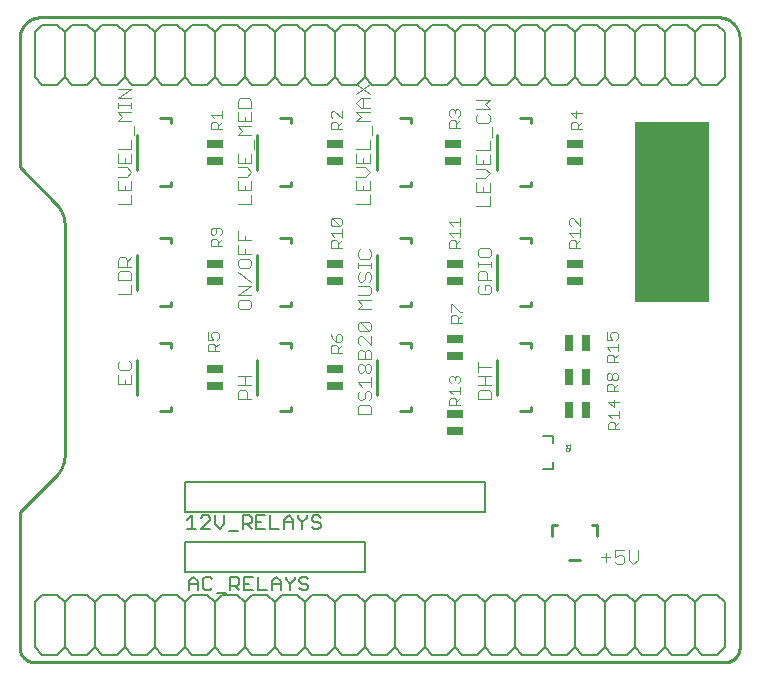
<source format=gto>
G75*
%MOIN*%
%OFA0B0*%
%FSLAX25Y25*%
%IPPOS*%
%LPD*%
%AMOC8*
5,1,8,0,0,1.08239X$1,22.5*
%
%ADD10C,0.01000*%
%ADD11R,0.25000X0.60000*%
%ADD12C,0.00600*%
%ADD13C,0.00500*%
%ADD14R,0.05512X0.02559*%
%ADD15C,0.00300*%
%ADD16C,0.00400*%
%ADD17R,0.02559X0.05512*%
%ADD18C,0.00800*%
%ADD19C,0.00100*%
D10*
X0075000Y0055000D02*
X0305000Y0055000D01*
X0305140Y0055002D01*
X0305280Y0055008D01*
X0305420Y0055018D01*
X0305560Y0055031D01*
X0305699Y0055049D01*
X0305838Y0055071D01*
X0305975Y0055096D01*
X0306113Y0055125D01*
X0306249Y0055158D01*
X0306384Y0055195D01*
X0306518Y0055236D01*
X0306651Y0055281D01*
X0306783Y0055329D01*
X0306913Y0055381D01*
X0307042Y0055436D01*
X0307169Y0055495D01*
X0307295Y0055558D01*
X0307419Y0055624D01*
X0307540Y0055693D01*
X0307660Y0055766D01*
X0307778Y0055843D01*
X0307893Y0055922D01*
X0308007Y0056005D01*
X0308117Y0056091D01*
X0308226Y0056180D01*
X0308332Y0056272D01*
X0308435Y0056367D01*
X0308536Y0056464D01*
X0308633Y0056565D01*
X0308728Y0056668D01*
X0308820Y0056774D01*
X0308909Y0056883D01*
X0308995Y0056993D01*
X0309078Y0057107D01*
X0309157Y0057222D01*
X0309234Y0057340D01*
X0309307Y0057460D01*
X0309376Y0057581D01*
X0309442Y0057705D01*
X0309505Y0057831D01*
X0309564Y0057958D01*
X0309619Y0058087D01*
X0309671Y0058217D01*
X0309719Y0058349D01*
X0309764Y0058482D01*
X0309805Y0058616D01*
X0309842Y0058751D01*
X0309875Y0058887D01*
X0309904Y0059025D01*
X0309929Y0059162D01*
X0309951Y0059301D01*
X0309969Y0059440D01*
X0309982Y0059580D01*
X0309992Y0059720D01*
X0309998Y0059860D01*
X0310000Y0060000D01*
X0310000Y0262929D01*
X0309998Y0263100D01*
X0309992Y0263271D01*
X0309981Y0263441D01*
X0309967Y0263611D01*
X0309948Y0263781D01*
X0309926Y0263951D01*
X0309899Y0264119D01*
X0309868Y0264288D01*
X0309833Y0264455D01*
X0309795Y0264621D01*
X0309752Y0264787D01*
X0309705Y0264951D01*
X0309654Y0265114D01*
X0309599Y0265276D01*
X0309540Y0265436D01*
X0309478Y0265595D01*
X0309412Y0265753D01*
X0309342Y0265909D01*
X0309268Y0266063D01*
X0309190Y0266215D01*
X0309109Y0266365D01*
X0309024Y0266514D01*
X0308936Y0266660D01*
X0308844Y0266804D01*
X0308748Y0266946D01*
X0308650Y0267085D01*
X0308547Y0267222D01*
X0308442Y0267357D01*
X0308333Y0267489D01*
X0308222Y0267618D01*
X0308107Y0267744D01*
X0307989Y0267868D01*
X0307868Y0267989D01*
X0307744Y0268107D01*
X0307618Y0268222D01*
X0307489Y0268333D01*
X0307357Y0268442D01*
X0307222Y0268547D01*
X0307085Y0268650D01*
X0306946Y0268748D01*
X0306804Y0268844D01*
X0306660Y0268936D01*
X0306514Y0269024D01*
X0306365Y0269109D01*
X0306215Y0269190D01*
X0306063Y0269268D01*
X0305909Y0269342D01*
X0305753Y0269412D01*
X0305595Y0269478D01*
X0305436Y0269540D01*
X0305276Y0269599D01*
X0305114Y0269654D01*
X0304951Y0269705D01*
X0304787Y0269752D01*
X0304621Y0269795D01*
X0304455Y0269833D01*
X0304288Y0269868D01*
X0304119Y0269899D01*
X0303951Y0269926D01*
X0303781Y0269948D01*
X0303611Y0269967D01*
X0303441Y0269981D01*
X0303271Y0269992D01*
X0303100Y0269998D01*
X0302929Y0270000D01*
X0077071Y0270000D01*
X0070000Y0265000D02*
X0070000Y0220000D01*
X0082071Y0207929D01*
X0085000Y0200858D02*
X0085000Y0124142D01*
X0084997Y0123904D01*
X0084989Y0123666D01*
X0084975Y0123429D01*
X0084955Y0123191D01*
X0084929Y0122955D01*
X0084898Y0122719D01*
X0084862Y0122484D01*
X0084819Y0122249D01*
X0084771Y0122016D01*
X0084718Y0121784D01*
X0084659Y0121554D01*
X0084595Y0121325D01*
X0084525Y0121097D01*
X0084450Y0120871D01*
X0084369Y0120647D01*
X0084284Y0120425D01*
X0084193Y0120205D01*
X0084096Y0119988D01*
X0083995Y0119773D01*
X0083888Y0119560D01*
X0083777Y0119350D01*
X0083660Y0119142D01*
X0083539Y0118937D01*
X0083413Y0118736D01*
X0083281Y0118537D01*
X0083146Y0118341D01*
X0083005Y0118149D01*
X0082861Y0117960D01*
X0082711Y0117775D01*
X0082557Y0117593D01*
X0082400Y0117415D01*
X0082237Y0117241D01*
X0082071Y0117071D01*
X0070000Y0105000D01*
X0070000Y0060000D01*
X0070002Y0059860D01*
X0070008Y0059720D01*
X0070018Y0059580D01*
X0070031Y0059440D01*
X0070049Y0059301D01*
X0070071Y0059162D01*
X0070096Y0059025D01*
X0070125Y0058887D01*
X0070158Y0058751D01*
X0070195Y0058616D01*
X0070236Y0058482D01*
X0070281Y0058349D01*
X0070329Y0058217D01*
X0070381Y0058087D01*
X0070436Y0057958D01*
X0070495Y0057831D01*
X0070558Y0057705D01*
X0070624Y0057581D01*
X0070693Y0057460D01*
X0070766Y0057340D01*
X0070843Y0057222D01*
X0070922Y0057107D01*
X0071005Y0056993D01*
X0071091Y0056883D01*
X0071180Y0056774D01*
X0071272Y0056668D01*
X0071367Y0056565D01*
X0071464Y0056464D01*
X0071565Y0056367D01*
X0071668Y0056272D01*
X0071774Y0056180D01*
X0071883Y0056091D01*
X0071993Y0056005D01*
X0072107Y0055922D01*
X0072222Y0055843D01*
X0072340Y0055766D01*
X0072460Y0055693D01*
X0072581Y0055624D01*
X0072705Y0055558D01*
X0072831Y0055495D01*
X0072958Y0055436D01*
X0073087Y0055381D01*
X0073217Y0055329D01*
X0073349Y0055281D01*
X0073482Y0055236D01*
X0073616Y0055195D01*
X0073751Y0055158D01*
X0073887Y0055125D01*
X0074025Y0055096D01*
X0074162Y0055071D01*
X0074301Y0055049D01*
X0074440Y0055031D01*
X0074580Y0055018D01*
X0074720Y0055008D01*
X0074860Y0055002D01*
X0075000Y0055000D01*
X0074860Y0055002D01*
X0074720Y0055008D01*
X0074580Y0055018D01*
X0074440Y0055031D01*
X0074301Y0055049D01*
X0074162Y0055071D01*
X0074025Y0055096D01*
X0073887Y0055125D01*
X0073751Y0055158D01*
X0073616Y0055195D01*
X0073482Y0055236D01*
X0073349Y0055281D01*
X0073217Y0055329D01*
X0073087Y0055381D01*
X0072958Y0055436D01*
X0072831Y0055495D01*
X0072705Y0055558D01*
X0072581Y0055624D01*
X0072460Y0055693D01*
X0072340Y0055766D01*
X0072222Y0055843D01*
X0072107Y0055922D01*
X0071993Y0056005D01*
X0071883Y0056091D01*
X0071774Y0056180D01*
X0071668Y0056272D01*
X0071565Y0056367D01*
X0071464Y0056464D01*
X0071367Y0056565D01*
X0071272Y0056668D01*
X0071180Y0056774D01*
X0071091Y0056883D01*
X0071005Y0056993D01*
X0070922Y0057107D01*
X0070843Y0057222D01*
X0070766Y0057340D01*
X0070693Y0057460D01*
X0070624Y0057581D01*
X0070558Y0057705D01*
X0070495Y0057831D01*
X0070436Y0057958D01*
X0070381Y0058087D01*
X0070329Y0058217D01*
X0070281Y0058349D01*
X0070236Y0058482D01*
X0070195Y0058616D01*
X0070158Y0058751D01*
X0070125Y0058887D01*
X0070096Y0059025D01*
X0070071Y0059162D01*
X0070049Y0059301D01*
X0070031Y0059440D01*
X0070018Y0059580D01*
X0070008Y0059720D01*
X0070002Y0059860D01*
X0070000Y0060000D01*
X0116969Y0138689D02*
X0120618Y0138689D01*
X0120618Y0140157D01*
X0109201Y0144094D02*
X0109201Y0155906D01*
X0116969Y0161311D02*
X0120618Y0161311D01*
X0120618Y0159843D01*
X0120618Y0173689D02*
X0120618Y0175157D01*
X0120618Y0173689D02*
X0116969Y0173689D01*
X0109201Y0179094D02*
X0109201Y0190906D01*
X0116969Y0196311D02*
X0120618Y0196311D01*
X0120618Y0194843D01*
X0120618Y0213689D02*
X0120618Y0215157D01*
X0120618Y0213689D02*
X0116969Y0213689D01*
X0109201Y0219094D02*
X0109201Y0230906D01*
X0116969Y0236311D02*
X0120618Y0236311D01*
X0120618Y0234843D01*
X0149201Y0230906D02*
X0149201Y0219094D01*
X0156969Y0213689D02*
X0160618Y0213689D01*
X0160618Y0215157D01*
X0189201Y0219094D02*
X0189201Y0230906D01*
X0196969Y0236311D02*
X0200618Y0236311D01*
X0200618Y0234843D01*
X0200618Y0215157D02*
X0200618Y0213689D01*
X0196969Y0213689D01*
X0196969Y0196311D02*
X0200618Y0196311D01*
X0200618Y0194843D01*
X0189201Y0190906D02*
X0189201Y0179094D01*
X0196969Y0173689D02*
X0200618Y0173689D01*
X0200618Y0175157D01*
X0200618Y0161311D02*
X0196969Y0161311D01*
X0200618Y0161311D02*
X0200618Y0159843D01*
X0189201Y0155906D02*
X0189201Y0144094D01*
X0196969Y0138689D02*
X0200618Y0138689D01*
X0200618Y0140157D01*
X0229201Y0144094D02*
X0229201Y0155906D01*
X0236969Y0161311D02*
X0240618Y0161311D01*
X0240618Y0159843D01*
X0240618Y0173689D02*
X0236969Y0173689D01*
X0240618Y0173689D02*
X0240618Y0175157D01*
X0229201Y0179094D02*
X0229201Y0190906D01*
X0236969Y0196311D02*
X0240618Y0196311D01*
X0240618Y0194843D01*
X0240618Y0213689D02*
X0236969Y0213689D01*
X0240618Y0213689D02*
X0240618Y0215157D01*
X0229201Y0219094D02*
X0229201Y0230906D01*
X0236969Y0236311D02*
X0240618Y0236311D01*
X0240618Y0234843D01*
X0160618Y0234843D02*
X0160618Y0236311D01*
X0156969Y0236311D01*
X0156969Y0196311D02*
X0160618Y0196311D01*
X0160618Y0194843D01*
X0149201Y0190906D02*
X0149201Y0179094D01*
X0156969Y0173689D02*
X0160618Y0173689D01*
X0160618Y0175157D01*
X0160618Y0161311D02*
X0156969Y0161311D01*
X0160618Y0161311D02*
X0160618Y0159843D01*
X0149201Y0155906D02*
X0149201Y0144094D01*
X0156969Y0138689D02*
X0160618Y0138689D01*
X0160618Y0140157D01*
X0236969Y0138689D02*
X0240618Y0138689D01*
X0240618Y0140157D01*
X0247626Y0100618D02*
X0249094Y0100618D01*
X0247626Y0100618D02*
X0247626Y0096969D01*
X0253031Y0089201D02*
X0256969Y0089201D01*
X0262374Y0096969D02*
X0262374Y0100618D01*
X0260906Y0100618D01*
X0085000Y0200858D02*
X0084997Y0201096D01*
X0084989Y0201334D01*
X0084975Y0201571D01*
X0084955Y0201809D01*
X0084929Y0202045D01*
X0084898Y0202281D01*
X0084862Y0202516D01*
X0084819Y0202751D01*
X0084771Y0202984D01*
X0084718Y0203216D01*
X0084659Y0203446D01*
X0084595Y0203675D01*
X0084525Y0203903D01*
X0084450Y0204129D01*
X0084369Y0204353D01*
X0084284Y0204575D01*
X0084193Y0204795D01*
X0084096Y0205012D01*
X0083995Y0205227D01*
X0083888Y0205440D01*
X0083777Y0205650D01*
X0083660Y0205858D01*
X0083539Y0206063D01*
X0083413Y0206264D01*
X0083281Y0206463D01*
X0083146Y0206659D01*
X0083005Y0206851D01*
X0082861Y0207040D01*
X0082711Y0207225D01*
X0082557Y0207407D01*
X0082400Y0207585D01*
X0082237Y0207759D01*
X0082071Y0207929D01*
X0070000Y0262929D02*
X0070002Y0263100D01*
X0070008Y0263271D01*
X0070019Y0263441D01*
X0070033Y0263611D01*
X0070052Y0263781D01*
X0070074Y0263951D01*
X0070101Y0264119D01*
X0070132Y0264288D01*
X0070167Y0264455D01*
X0070205Y0264621D01*
X0070248Y0264787D01*
X0070295Y0264951D01*
X0070346Y0265114D01*
X0070401Y0265276D01*
X0070460Y0265436D01*
X0070522Y0265595D01*
X0070588Y0265753D01*
X0070658Y0265909D01*
X0070732Y0266063D01*
X0070810Y0266215D01*
X0070891Y0266365D01*
X0070976Y0266514D01*
X0071064Y0266660D01*
X0071156Y0266804D01*
X0071252Y0266946D01*
X0071350Y0267085D01*
X0071453Y0267222D01*
X0071558Y0267357D01*
X0071667Y0267489D01*
X0071778Y0267618D01*
X0071893Y0267744D01*
X0072011Y0267868D01*
X0072132Y0267989D01*
X0072256Y0268107D01*
X0072382Y0268222D01*
X0072511Y0268333D01*
X0072643Y0268442D01*
X0072778Y0268547D01*
X0072915Y0268650D01*
X0073054Y0268748D01*
X0073196Y0268844D01*
X0073340Y0268936D01*
X0073486Y0269024D01*
X0073635Y0269109D01*
X0073785Y0269190D01*
X0073937Y0269268D01*
X0074091Y0269342D01*
X0074247Y0269412D01*
X0074405Y0269478D01*
X0074564Y0269540D01*
X0074724Y0269599D01*
X0074886Y0269654D01*
X0075049Y0269705D01*
X0075213Y0269752D01*
X0075379Y0269795D01*
X0075545Y0269833D01*
X0075712Y0269868D01*
X0075881Y0269899D01*
X0076049Y0269926D01*
X0076219Y0269948D01*
X0076389Y0269967D01*
X0076559Y0269981D01*
X0076729Y0269992D01*
X0076900Y0269998D01*
X0077071Y0270000D01*
D11*
X0287500Y0205000D03*
D12*
X0287500Y0247500D02*
X0285000Y0250000D01*
X0285000Y0265000D01*
X0287500Y0267500D01*
X0292500Y0267500D01*
X0295000Y0265000D01*
X0297500Y0267500D01*
X0302500Y0267500D01*
X0305000Y0265000D01*
X0305000Y0250000D01*
X0302500Y0247500D01*
X0297500Y0247500D01*
X0295000Y0250000D01*
X0295000Y0265000D01*
X0285000Y0265000D02*
X0282500Y0267500D01*
X0277500Y0267500D01*
X0275000Y0265000D01*
X0275000Y0250000D01*
X0277500Y0247500D01*
X0282500Y0247500D01*
X0285000Y0250000D01*
X0287500Y0247500D02*
X0292500Y0247500D01*
X0295000Y0250000D01*
X0275000Y0250000D02*
X0272500Y0247500D01*
X0267500Y0247500D01*
X0265000Y0250000D01*
X0265000Y0265000D01*
X0267500Y0267500D01*
X0272500Y0267500D01*
X0275000Y0265000D01*
X0265000Y0265000D02*
X0262500Y0267500D01*
X0257500Y0267500D01*
X0255000Y0265000D01*
X0255000Y0250000D01*
X0257500Y0247500D01*
X0262500Y0247500D01*
X0265000Y0250000D01*
X0255000Y0250000D02*
X0252500Y0247500D01*
X0247500Y0247500D01*
X0245000Y0250000D01*
X0245000Y0265000D01*
X0247500Y0267500D01*
X0252500Y0267500D01*
X0255000Y0265000D01*
X0245000Y0265000D02*
X0242500Y0267500D01*
X0237500Y0267500D01*
X0235000Y0265000D01*
X0235000Y0250000D01*
X0237500Y0247500D01*
X0242500Y0247500D01*
X0245000Y0250000D01*
X0235000Y0250000D02*
X0232500Y0247500D01*
X0227500Y0247500D01*
X0225000Y0250000D01*
X0225000Y0265000D01*
X0227500Y0267500D01*
X0232500Y0267500D01*
X0235000Y0265000D01*
X0225000Y0265000D02*
X0222500Y0267500D01*
X0217500Y0267500D01*
X0215000Y0265000D01*
X0215000Y0250000D01*
X0212500Y0247500D01*
X0207500Y0247500D01*
X0205000Y0250000D01*
X0205000Y0265000D01*
X0207500Y0267500D01*
X0212500Y0267500D01*
X0215000Y0265000D01*
X0205000Y0265000D02*
X0202500Y0267500D01*
X0197500Y0267500D01*
X0195000Y0265000D01*
X0195000Y0250000D01*
X0192500Y0247500D01*
X0187500Y0247500D01*
X0185000Y0250000D01*
X0185000Y0265000D01*
X0187500Y0267500D01*
X0192500Y0267500D01*
X0195000Y0265000D01*
X0185000Y0265000D02*
X0182500Y0267500D01*
X0177500Y0267500D01*
X0175000Y0265000D01*
X0175000Y0250000D01*
X0172500Y0247500D01*
X0167500Y0247500D01*
X0165000Y0250000D01*
X0165000Y0265000D01*
X0167500Y0267500D01*
X0172500Y0267500D01*
X0175000Y0265000D01*
X0165000Y0265000D02*
X0162500Y0267500D01*
X0157500Y0267500D01*
X0155000Y0265000D01*
X0155000Y0250000D01*
X0152500Y0247500D01*
X0147500Y0247500D01*
X0145000Y0250000D01*
X0145000Y0265000D01*
X0147500Y0267500D01*
X0152500Y0267500D01*
X0155000Y0265000D01*
X0145000Y0265000D02*
X0142500Y0267500D01*
X0137500Y0267500D01*
X0135000Y0265000D01*
X0135000Y0250000D01*
X0137500Y0247500D01*
X0142500Y0247500D01*
X0145000Y0250000D01*
X0135000Y0250000D02*
X0132500Y0247500D01*
X0127500Y0247500D01*
X0125000Y0250000D01*
X0125000Y0265000D01*
X0127500Y0267500D01*
X0132500Y0267500D01*
X0135000Y0265000D01*
X0125000Y0265000D02*
X0122500Y0267500D01*
X0117500Y0267500D01*
X0115000Y0265000D01*
X0115000Y0250000D01*
X0117500Y0247500D01*
X0122500Y0247500D01*
X0125000Y0250000D01*
X0115000Y0250000D02*
X0112500Y0247500D01*
X0107500Y0247500D01*
X0105000Y0250000D01*
X0105000Y0265000D01*
X0107500Y0267500D01*
X0112500Y0267500D01*
X0115000Y0265000D01*
X0105000Y0265000D02*
X0102500Y0267500D01*
X0097500Y0267500D01*
X0095000Y0265000D01*
X0095000Y0250000D01*
X0097500Y0247500D01*
X0102500Y0247500D01*
X0105000Y0250000D01*
X0095000Y0250000D02*
X0092500Y0247500D01*
X0087500Y0247500D01*
X0085000Y0250000D01*
X0085000Y0265000D01*
X0087500Y0267500D01*
X0092500Y0267500D01*
X0095000Y0265000D01*
X0085000Y0265000D02*
X0082500Y0267500D01*
X0077500Y0267500D01*
X0075000Y0265000D01*
X0075000Y0250000D01*
X0077500Y0247500D01*
X0082500Y0247500D01*
X0085000Y0250000D01*
X0155000Y0250000D02*
X0157500Y0247500D01*
X0162500Y0247500D01*
X0165000Y0250000D01*
X0175000Y0250000D02*
X0177500Y0247500D01*
X0182500Y0247500D01*
X0185000Y0250000D01*
X0195000Y0250000D02*
X0197500Y0247500D01*
X0202500Y0247500D01*
X0205000Y0250000D01*
X0215000Y0250000D02*
X0217500Y0247500D01*
X0222500Y0247500D01*
X0225000Y0250000D01*
X0222500Y0077500D02*
X0217500Y0077500D01*
X0215000Y0075000D01*
X0215000Y0060000D01*
X0212500Y0057500D01*
X0207500Y0057500D01*
X0205000Y0060000D01*
X0205000Y0075000D01*
X0207500Y0077500D01*
X0212500Y0077500D01*
X0215000Y0075000D01*
X0222500Y0077500D02*
X0225000Y0075000D01*
X0225000Y0060000D01*
X0222500Y0057500D01*
X0217500Y0057500D01*
X0215000Y0060000D01*
X0205000Y0060000D02*
X0202500Y0057500D01*
X0197500Y0057500D01*
X0195000Y0060000D01*
X0195000Y0075000D01*
X0197500Y0077500D01*
X0202500Y0077500D01*
X0205000Y0075000D01*
X0195000Y0075000D02*
X0192500Y0077500D01*
X0187500Y0077500D01*
X0185000Y0075000D01*
X0185000Y0060000D01*
X0182500Y0057500D01*
X0177500Y0057500D01*
X0175000Y0060000D01*
X0175000Y0075000D01*
X0177500Y0077500D01*
X0182500Y0077500D01*
X0185000Y0075000D01*
X0175000Y0075000D02*
X0172500Y0077500D01*
X0167500Y0077500D01*
X0165000Y0075000D01*
X0165000Y0060000D01*
X0162500Y0057500D01*
X0157500Y0057500D01*
X0155000Y0060000D01*
X0155000Y0075000D01*
X0157500Y0077500D01*
X0162500Y0077500D01*
X0165000Y0075000D01*
X0155000Y0075000D02*
X0152500Y0077500D01*
X0147500Y0077500D01*
X0145000Y0075000D01*
X0145000Y0060000D01*
X0142500Y0057500D01*
X0137500Y0057500D01*
X0135000Y0060000D01*
X0135000Y0075000D01*
X0137500Y0077500D01*
X0142500Y0077500D01*
X0145000Y0075000D01*
X0135000Y0075000D02*
X0132500Y0077500D01*
X0127500Y0077500D01*
X0125000Y0075000D01*
X0125000Y0060000D01*
X0127500Y0057500D01*
X0132500Y0057500D01*
X0135000Y0060000D01*
X0145000Y0060000D02*
X0147500Y0057500D01*
X0152500Y0057500D01*
X0155000Y0060000D01*
X0165000Y0060000D02*
X0167500Y0057500D01*
X0172500Y0057500D01*
X0175000Y0060000D01*
X0185000Y0060000D02*
X0187500Y0057500D01*
X0192500Y0057500D01*
X0195000Y0060000D01*
X0225000Y0060000D02*
X0227500Y0057500D01*
X0232500Y0057500D01*
X0235000Y0060000D01*
X0237500Y0057500D01*
X0242500Y0057500D01*
X0245000Y0060000D01*
X0247500Y0057500D01*
X0252500Y0057500D01*
X0255000Y0060000D01*
X0257500Y0057500D01*
X0262500Y0057500D01*
X0265000Y0060000D01*
X0267500Y0057500D01*
X0272500Y0057500D01*
X0275000Y0060000D01*
X0277500Y0057500D01*
X0282500Y0057500D01*
X0285000Y0060000D01*
X0287500Y0057500D01*
X0292500Y0057500D01*
X0295000Y0060000D01*
X0297500Y0057500D01*
X0302500Y0057500D01*
X0305000Y0060000D01*
X0305000Y0075000D01*
X0302500Y0077500D01*
X0297500Y0077500D01*
X0295000Y0075000D01*
X0295000Y0060000D01*
X0285000Y0060000D02*
X0285000Y0075000D01*
X0287500Y0077500D01*
X0292500Y0077500D01*
X0295000Y0075000D01*
X0285000Y0075000D02*
X0282500Y0077500D01*
X0277500Y0077500D01*
X0275000Y0075000D01*
X0275000Y0060000D01*
X0265000Y0060000D02*
X0265000Y0075000D01*
X0267500Y0077500D01*
X0272500Y0077500D01*
X0275000Y0075000D01*
X0265000Y0075000D02*
X0262500Y0077500D01*
X0257500Y0077500D01*
X0255000Y0075000D01*
X0255000Y0060000D01*
X0245000Y0060000D02*
X0245000Y0075000D01*
X0247500Y0077500D01*
X0252500Y0077500D01*
X0255000Y0075000D01*
X0245000Y0075000D02*
X0242500Y0077500D01*
X0237500Y0077500D01*
X0235000Y0075000D01*
X0235000Y0060000D01*
X0235000Y0075000D02*
X0232500Y0077500D01*
X0227500Y0077500D01*
X0225000Y0075000D01*
X0125000Y0075000D02*
X0122500Y0077500D01*
X0117500Y0077500D01*
X0115000Y0075000D01*
X0115000Y0060000D01*
X0117500Y0057500D01*
X0122500Y0057500D01*
X0125000Y0060000D01*
X0115000Y0060000D02*
X0112500Y0057500D01*
X0107500Y0057500D01*
X0105000Y0060000D01*
X0105000Y0075000D01*
X0107500Y0077500D01*
X0112500Y0077500D01*
X0115000Y0075000D01*
X0105000Y0075000D02*
X0102500Y0077500D01*
X0097500Y0077500D01*
X0095000Y0075000D01*
X0095000Y0060000D01*
X0097500Y0057500D01*
X0102500Y0057500D01*
X0105000Y0060000D01*
X0095000Y0060000D02*
X0092500Y0057500D01*
X0087500Y0057500D01*
X0085000Y0060000D01*
X0085000Y0075000D01*
X0087500Y0077500D01*
X0092500Y0077500D01*
X0095000Y0075000D01*
X0085000Y0075000D02*
X0082500Y0077500D01*
X0077500Y0077500D01*
X0075000Y0075000D01*
X0075000Y0060000D01*
X0077500Y0057500D01*
X0082500Y0057500D01*
X0085000Y0060000D01*
D13*
X0125000Y0085000D02*
X0125000Y0095000D01*
X0185000Y0095000D01*
X0185000Y0085000D01*
X0125000Y0085000D01*
X0127951Y0083454D02*
X0129453Y0081953D01*
X0129453Y0078950D01*
X0131054Y0079701D02*
X0131805Y0078950D01*
X0133306Y0078950D01*
X0134056Y0079701D01*
X0135658Y0078199D02*
X0138660Y0078199D01*
X0140262Y0078950D02*
X0140262Y0083454D01*
X0142514Y0083454D01*
X0143264Y0082703D01*
X0143264Y0081202D01*
X0142514Y0080451D01*
X0140262Y0080451D01*
X0141763Y0080451D02*
X0143264Y0078950D01*
X0144866Y0078950D02*
X0147868Y0078950D01*
X0149470Y0078950D02*
X0152472Y0078950D01*
X0154074Y0078950D02*
X0154074Y0081953D01*
X0155575Y0083454D01*
X0157076Y0081953D01*
X0157076Y0078950D01*
X0157076Y0081202D02*
X0154074Y0081202D01*
X0158677Y0082703D02*
X0160179Y0081202D01*
X0160179Y0078950D01*
X0160179Y0081202D02*
X0161680Y0082703D01*
X0161680Y0083454D01*
X0163281Y0082703D02*
X0163281Y0081953D01*
X0164032Y0081202D01*
X0165533Y0081202D01*
X0166284Y0080451D01*
X0166284Y0079701D01*
X0165533Y0078950D01*
X0164032Y0078950D01*
X0163281Y0079701D01*
X0163281Y0082703D02*
X0164032Y0083454D01*
X0165533Y0083454D01*
X0166284Y0082703D01*
X0158677Y0082703D02*
X0158677Y0083454D01*
X0149470Y0083454D02*
X0149470Y0078950D01*
X0146367Y0081202D02*
X0144866Y0081202D01*
X0144866Y0083454D02*
X0144866Y0078950D01*
X0144866Y0083454D02*
X0147868Y0083454D01*
X0134056Y0082703D02*
X0133306Y0083454D01*
X0131805Y0083454D01*
X0131054Y0082703D01*
X0131054Y0079701D01*
X0129453Y0081202D02*
X0126450Y0081202D01*
X0126450Y0081953D02*
X0127951Y0083454D01*
X0126450Y0081953D02*
X0126450Y0078950D01*
X0139762Y0098699D02*
X0142764Y0098699D01*
X0144366Y0099450D02*
X0144366Y0103954D01*
X0146618Y0103954D01*
X0147368Y0103203D01*
X0147368Y0101702D01*
X0146618Y0100951D01*
X0144366Y0100951D01*
X0145867Y0100951D02*
X0147368Y0099450D01*
X0148970Y0099450D02*
X0151972Y0099450D01*
X0153574Y0099450D02*
X0156576Y0099450D01*
X0158177Y0099450D02*
X0158177Y0102453D01*
X0159679Y0103954D01*
X0161180Y0102453D01*
X0161180Y0099450D01*
X0161180Y0101702D02*
X0158177Y0101702D01*
X0162781Y0103203D02*
X0164283Y0101702D01*
X0164283Y0099450D01*
X0164283Y0101702D02*
X0165784Y0103203D01*
X0165784Y0103954D01*
X0167385Y0103203D02*
X0167385Y0102453D01*
X0168136Y0101702D01*
X0169637Y0101702D01*
X0170388Y0100951D01*
X0170388Y0100201D01*
X0169637Y0099450D01*
X0168136Y0099450D01*
X0167385Y0100201D01*
X0167385Y0103203D02*
X0168136Y0103954D01*
X0169637Y0103954D01*
X0170388Y0103203D01*
X0162781Y0103203D02*
X0162781Y0103954D01*
X0153574Y0103954D02*
X0153574Y0099450D01*
X0150471Y0101702D02*
X0148970Y0101702D01*
X0148970Y0103954D02*
X0148970Y0099450D01*
X0148970Y0103954D02*
X0151972Y0103954D01*
X0138160Y0103954D02*
X0138160Y0100951D01*
X0136659Y0099450D01*
X0135158Y0100951D01*
X0135158Y0103954D01*
X0133556Y0103203D02*
X0132806Y0103954D01*
X0131305Y0103954D01*
X0130554Y0103203D01*
X0133556Y0103203D02*
X0133556Y0102453D01*
X0130554Y0099450D01*
X0133556Y0099450D01*
X0128953Y0099450D02*
X0125950Y0099450D01*
X0127451Y0099450D02*
X0127451Y0103954D01*
X0125950Y0102453D01*
X0125000Y0105000D02*
X0125000Y0115000D01*
X0225000Y0115000D01*
X0225000Y0105000D01*
X0125000Y0105000D01*
D14*
X0135006Y0147120D03*
X0135006Y0152920D03*
X0175006Y0152920D03*
X0175006Y0147120D03*
X0214994Y0137880D03*
X0214994Y0132080D03*
X0214994Y0157080D03*
X0214994Y0162880D03*
X0214994Y0182080D03*
X0214994Y0187880D03*
X0174994Y0187880D03*
X0174994Y0182080D03*
X0134994Y0182080D03*
X0134994Y0187880D03*
X0134994Y0222080D03*
X0134994Y0227880D03*
X0174994Y0227880D03*
X0174994Y0222080D03*
X0214494Y0222080D03*
X0214494Y0227880D03*
X0254994Y0227880D03*
X0254994Y0222080D03*
X0254994Y0187880D03*
X0254994Y0182080D03*
D15*
X0255616Y0193150D02*
X0255616Y0195002D01*
X0254998Y0195619D01*
X0253764Y0195619D01*
X0253147Y0195002D01*
X0253147Y0193150D01*
X0256850Y0193150D01*
X0255616Y0194384D02*
X0256850Y0195619D01*
X0256850Y0196833D02*
X0256850Y0199302D01*
X0256850Y0200516D02*
X0254381Y0202985D01*
X0253764Y0202985D01*
X0253147Y0202368D01*
X0253147Y0201133D01*
X0253764Y0200516D01*
X0253147Y0198068D02*
X0256850Y0198068D01*
X0256850Y0200516D02*
X0256850Y0202985D01*
X0253147Y0198068D02*
X0254381Y0196833D01*
X0216850Y0196833D02*
X0216850Y0199302D01*
X0216850Y0200516D02*
X0216850Y0202985D01*
X0216850Y0201751D02*
X0213147Y0201751D01*
X0214381Y0200516D01*
X0213147Y0198068D02*
X0216850Y0198068D01*
X0216850Y0195619D02*
X0215616Y0194384D01*
X0215616Y0195002D02*
X0215616Y0193150D01*
X0216850Y0193150D02*
X0213147Y0193150D01*
X0213147Y0195002D01*
X0213764Y0195619D01*
X0214998Y0195619D01*
X0215616Y0195002D01*
X0214381Y0196833D02*
X0213147Y0198068D01*
X0177350Y0198068D02*
X0173647Y0198068D01*
X0174881Y0196833D01*
X0174264Y0195619D02*
X0175498Y0195619D01*
X0176116Y0195002D01*
X0176116Y0193150D01*
X0177350Y0193150D02*
X0173647Y0193150D01*
X0173647Y0195002D01*
X0174264Y0195619D01*
X0176116Y0194384D02*
X0177350Y0195619D01*
X0177350Y0196833D02*
X0177350Y0199302D01*
X0176733Y0200516D02*
X0174264Y0202985D01*
X0176733Y0202985D01*
X0177350Y0202368D01*
X0177350Y0201133D01*
X0176733Y0200516D01*
X0174264Y0200516D01*
X0173647Y0201133D01*
X0173647Y0202368D01*
X0174264Y0202985D01*
X0137350Y0199185D02*
X0137350Y0197950D01*
X0136733Y0197333D01*
X0137350Y0196119D02*
X0136116Y0194884D01*
X0136116Y0195502D02*
X0136116Y0193650D01*
X0137350Y0193650D02*
X0133647Y0193650D01*
X0133647Y0195502D01*
X0134264Y0196119D01*
X0135498Y0196119D01*
X0136116Y0195502D01*
X0134881Y0197333D02*
X0135498Y0197950D01*
X0135498Y0199802D01*
X0134264Y0199802D02*
X0133647Y0199185D01*
X0133647Y0197950D01*
X0134264Y0197333D01*
X0134881Y0197333D01*
X0134264Y0199802D02*
X0136733Y0199802D01*
X0137350Y0199185D01*
X0137350Y0232650D02*
X0133647Y0232650D01*
X0133647Y0234502D01*
X0134264Y0235119D01*
X0135498Y0235119D01*
X0136116Y0234502D01*
X0136116Y0232650D01*
X0136116Y0233884D02*
X0137350Y0235119D01*
X0137350Y0236333D02*
X0137350Y0238802D01*
X0137350Y0237568D02*
X0133647Y0237568D01*
X0134881Y0236333D01*
X0173647Y0236950D02*
X0174264Y0236333D01*
X0173647Y0236950D02*
X0173647Y0238185D01*
X0174264Y0238802D01*
X0174881Y0238802D01*
X0177350Y0236333D01*
X0177350Y0238802D01*
X0177350Y0235119D02*
X0176116Y0233884D01*
X0176116Y0234502D02*
X0176116Y0232650D01*
X0177350Y0232650D02*
X0173647Y0232650D01*
X0173647Y0234502D01*
X0174264Y0235119D01*
X0175498Y0235119D01*
X0176116Y0234502D01*
X0213147Y0235002D02*
X0213147Y0233150D01*
X0216850Y0233150D01*
X0215616Y0233150D02*
X0215616Y0235002D01*
X0214998Y0235619D01*
X0213764Y0235619D01*
X0213147Y0235002D01*
X0213764Y0236833D02*
X0213147Y0237450D01*
X0213147Y0238685D01*
X0213764Y0239302D01*
X0214381Y0239302D01*
X0214998Y0238685D01*
X0215616Y0239302D01*
X0216233Y0239302D01*
X0216850Y0238685D01*
X0216850Y0237450D01*
X0216233Y0236833D01*
X0216850Y0235619D02*
X0215616Y0234384D01*
X0214998Y0238068D02*
X0214998Y0238685D01*
X0253647Y0238185D02*
X0255498Y0236333D01*
X0255498Y0238802D01*
X0253647Y0238185D02*
X0257350Y0238185D01*
X0257350Y0235119D02*
X0256116Y0233884D01*
X0256116Y0234502D02*
X0256116Y0232650D01*
X0257350Y0232650D02*
X0253647Y0232650D01*
X0253647Y0234502D01*
X0254264Y0235119D01*
X0255498Y0235119D01*
X0256116Y0234502D01*
X0214264Y0174302D02*
X0216733Y0171833D01*
X0217350Y0171833D01*
X0217350Y0170619D02*
X0216116Y0169384D01*
X0216116Y0170002D02*
X0216116Y0168150D01*
X0217350Y0168150D02*
X0213647Y0168150D01*
X0213647Y0170002D01*
X0214264Y0170619D01*
X0215498Y0170619D01*
X0216116Y0170002D01*
X0213647Y0171833D02*
X0213647Y0174302D01*
X0214264Y0174302D01*
X0177350Y0163685D02*
X0176733Y0164302D01*
X0176116Y0164302D01*
X0175498Y0163685D01*
X0175498Y0161833D01*
X0176733Y0161833D01*
X0177350Y0162450D01*
X0177350Y0163685D01*
X0175498Y0161833D02*
X0174264Y0163068D01*
X0173647Y0164302D01*
X0174264Y0160619D02*
X0175498Y0160619D01*
X0176116Y0160002D01*
X0176116Y0158150D01*
X0177350Y0158150D02*
X0173647Y0158150D01*
X0173647Y0160002D01*
X0174264Y0160619D01*
X0176116Y0159384D02*
X0177350Y0160619D01*
X0213147Y0149868D02*
X0213764Y0150485D01*
X0214381Y0150485D01*
X0214998Y0149868D01*
X0215616Y0150485D01*
X0216233Y0150485D01*
X0216850Y0149868D01*
X0216850Y0148633D01*
X0216233Y0148016D01*
X0216850Y0146802D02*
X0216850Y0144333D01*
X0216850Y0143119D02*
X0215616Y0141884D01*
X0215616Y0142502D02*
X0215616Y0140650D01*
X0216850Y0140650D02*
X0213147Y0140650D01*
X0213147Y0142502D01*
X0213764Y0143119D01*
X0214998Y0143119D01*
X0215616Y0142502D01*
X0214381Y0144333D02*
X0213147Y0145568D01*
X0216850Y0145568D01*
X0213764Y0148016D02*
X0213147Y0148633D01*
X0213147Y0149868D01*
X0214998Y0149868D02*
X0214998Y0149251D01*
X0265647Y0149584D02*
X0265647Y0150818D01*
X0266264Y0151436D01*
X0266881Y0151436D01*
X0267498Y0150818D01*
X0267498Y0149584D01*
X0266881Y0148967D01*
X0266264Y0148967D01*
X0265647Y0149584D01*
X0267498Y0149584D02*
X0268116Y0148967D01*
X0268733Y0148967D01*
X0269350Y0149584D01*
X0269350Y0150818D01*
X0268733Y0151436D01*
X0268116Y0151436D01*
X0267498Y0150818D01*
X0267498Y0147752D02*
X0268116Y0147135D01*
X0268116Y0145284D01*
X0269350Y0145284D02*
X0265647Y0145284D01*
X0265647Y0147135D01*
X0266264Y0147752D01*
X0267498Y0147752D01*
X0268116Y0146518D02*
X0269350Y0147752D01*
X0267998Y0142436D02*
X0267998Y0139967D01*
X0266147Y0141818D01*
X0269850Y0141818D01*
X0269850Y0138752D02*
X0269850Y0136284D01*
X0269850Y0135069D02*
X0268616Y0133835D01*
X0268616Y0134452D02*
X0268616Y0132601D01*
X0269850Y0132601D02*
X0266147Y0132601D01*
X0266147Y0134452D01*
X0266764Y0135069D01*
X0267998Y0135069D01*
X0268616Y0134452D01*
X0267381Y0136284D02*
X0266147Y0137518D01*
X0269850Y0137518D01*
X0269350Y0155101D02*
X0265647Y0155101D01*
X0265647Y0156952D01*
X0266264Y0157569D01*
X0267498Y0157569D01*
X0268116Y0156952D01*
X0268116Y0155101D01*
X0268116Y0156335D02*
X0269350Y0157569D01*
X0269350Y0158784D02*
X0269350Y0161252D01*
X0269350Y0160018D02*
X0265647Y0160018D01*
X0266881Y0158784D01*
X0267498Y0162467D02*
X0266881Y0163701D01*
X0266881Y0164318D01*
X0267498Y0164936D01*
X0268733Y0164936D01*
X0269350Y0164318D01*
X0269350Y0163084D01*
X0268733Y0162467D01*
X0267498Y0162467D02*
X0265647Y0162467D01*
X0265647Y0164936D01*
X0136350Y0164318D02*
X0136350Y0163084D01*
X0135733Y0162467D01*
X0134498Y0162467D02*
X0133881Y0163701D01*
X0133881Y0164318D01*
X0134498Y0164936D01*
X0135733Y0164936D01*
X0136350Y0164318D01*
X0134498Y0162467D02*
X0132647Y0162467D01*
X0132647Y0164936D01*
X0133264Y0161252D02*
X0134498Y0161252D01*
X0135116Y0160635D01*
X0135116Y0158784D01*
X0136350Y0158784D02*
X0132647Y0158784D01*
X0132647Y0160635D01*
X0133264Y0161252D01*
X0135116Y0160018D02*
X0136350Y0161252D01*
D16*
X0142696Y0150373D02*
X0147300Y0150373D01*
X0144998Y0150373D02*
X0144998Y0147304D01*
X0144998Y0145769D02*
X0145765Y0145002D01*
X0145765Y0142700D01*
X0147300Y0142700D02*
X0142696Y0142700D01*
X0142696Y0145002D01*
X0143463Y0145769D01*
X0144998Y0145769D01*
X0147300Y0147304D02*
X0142696Y0147304D01*
X0143463Y0172700D02*
X0146533Y0172700D01*
X0147300Y0173467D01*
X0147300Y0175002D01*
X0146533Y0175769D01*
X0143463Y0175769D01*
X0142696Y0175002D01*
X0142696Y0173467D01*
X0143463Y0172700D01*
X0142696Y0177304D02*
X0147300Y0180373D01*
X0142696Y0180373D01*
X0142696Y0177304D02*
X0147300Y0177304D01*
X0147300Y0181908D02*
X0142696Y0184977D01*
X0143463Y0186512D02*
X0146533Y0186512D01*
X0147300Y0187279D01*
X0147300Y0188814D01*
X0146533Y0189581D01*
X0143463Y0189581D01*
X0142696Y0188814D01*
X0142696Y0187279D01*
X0143463Y0186512D01*
X0142696Y0191116D02*
X0142696Y0194185D01*
X0142696Y0195720D02*
X0142696Y0198789D01*
X0144998Y0197254D02*
X0144998Y0195720D01*
X0147300Y0195720D02*
X0142696Y0195720D01*
X0144998Y0192650D02*
X0144998Y0191116D01*
X0147300Y0191116D02*
X0142696Y0191116D01*
X0142696Y0207700D02*
X0147300Y0207700D01*
X0147300Y0210769D01*
X0147300Y0212304D02*
X0142696Y0212304D01*
X0142696Y0215373D01*
X0142696Y0216908D02*
X0145765Y0216908D01*
X0147300Y0218442D01*
X0145765Y0219977D01*
X0142696Y0219977D01*
X0142696Y0221512D02*
X0147300Y0221512D01*
X0147300Y0224581D01*
X0148067Y0226116D02*
X0148067Y0229185D01*
X0147300Y0230720D02*
X0142696Y0230720D01*
X0144231Y0232254D01*
X0142696Y0233789D01*
X0147300Y0233789D01*
X0147300Y0235324D02*
X0147300Y0238393D01*
X0147300Y0239927D02*
X0142696Y0239927D01*
X0142696Y0242229D01*
X0143463Y0242997D01*
X0146533Y0242997D01*
X0147300Y0242229D01*
X0147300Y0239927D01*
X0144998Y0236858D02*
X0144998Y0235324D01*
X0142696Y0235324D02*
X0147300Y0235324D01*
X0142696Y0235324D02*
X0142696Y0238393D01*
X0142696Y0224581D02*
X0142696Y0221512D01*
X0144998Y0221512D02*
X0144998Y0223046D01*
X0147300Y0215373D02*
X0147300Y0212304D01*
X0144998Y0212304D02*
X0144998Y0213839D01*
X0108067Y0230720D02*
X0108067Y0233789D01*
X0107300Y0235324D02*
X0102696Y0235324D01*
X0104231Y0236858D01*
X0102696Y0238393D01*
X0107300Y0238393D01*
X0107300Y0239927D02*
X0107300Y0241462D01*
X0107300Y0240695D02*
X0102696Y0240695D01*
X0102696Y0241462D02*
X0102696Y0239927D01*
X0102696Y0242997D02*
X0107300Y0246066D01*
X0102696Y0246066D01*
X0102696Y0242997D02*
X0107300Y0242997D01*
X0107300Y0229185D02*
X0107300Y0226116D01*
X0102696Y0226116D01*
X0102696Y0224581D02*
X0102696Y0221512D01*
X0107300Y0221512D01*
X0107300Y0224581D01*
X0104998Y0223046D02*
X0104998Y0221512D01*
X0105765Y0219977D02*
X0102696Y0219977D01*
X0102696Y0216908D02*
X0105765Y0216908D01*
X0107300Y0218442D01*
X0105765Y0219977D01*
X0107300Y0215373D02*
X0107300Y0212304D01*
X0102696Y0212304D01*
X0102696Y0215373D01*
X0104998Y0213839D02*
X0104998Y0212304D01*
X0107300Y0210769D02*
X0107300Y0207700D01*
X0102696Y0207700D01*
X0103463Y0189977D02*
X0104998Y0189977D01*
X0105765Y0189210D01*
X0105765Y0186908D01*
X0105765Y0188442D02*
X0107300Y0189977D01*
X0103463Y0189977D02*
X0102696Y0189210D01*
X0102696Y0186908D01*
X0107300Y0186908D01*
X0106533Y0185373D02*
X0103463Y0185373D01*
X0102696Y0184606D01*
X0102696Y0182304D01*
X0107300Y0182304D01*
X0107300Y0184606D01*
X0106533Y0185373D01*
X0107300Y0180769D02*
X0107300Y0177700D01*
X0102696Y0177700D01*
X0103463Y0155373D02*
X0102696Y0154606D01*
X0102696Y0153071D01*
X0103463Y0152304D01*
X0106533Y0152304D01*
X0107300Y0153071D01*
X0107300Y0154606D01*
X0106533Y0155373D01*
X0107300Y0150769D02*
X0107300Y0147700D01*
X0102696Y0147700D01*
X0102696Y0150769D01*
X0104998Y0149235D02*
X0104998Y0147700D01*
X0182696Y0148442D02*
X0187300Y0148442D01*
X0187300Y0146908D02*
X0187300Y0149977D01*
X0186533Y0151512D02*
X0185765Y0151512D01*
X0184998Y0152279D01*
X0184998Y0153814D01*
X0185765Y0154581D01*
X0186533Y0154581D01*
X0187300Y0153814D01*
X0187300Y0152279D01*
X0186533Y0151512D01*
X0184998Y0152279D02*
X0184231Y0151512D01*
X0183463Y0151512D01*
X0182696Y0152279D01*
X0182696Y0153814D01*
X0183463Y0154581D01*
X0184231Y0154581D01*
X0184998Y0153814D01*
X0184998Y0156116D02*
X0184998Y0158418D01*
X0185765Y0159185D01*
X0186533Y0159185D01*
X0187300Y0158418D01*
X0187300Y0156116D01*
X0182696Y0156116D01*
X0182696Y0158418D01*
X0183463Y0159185D01*
X0184231Y0159185D01*
X0184998Y0158418D01*
X0183463Y0160720D02*
X0182696Y0161487D01*
X0182696Y0163022D01*
X0183463Y0163789D01*
X0184231Y0163789D01*
X0187300Y0160720D01*
X0187300Y0163789D01*
X0186533Y0165324D02*
X0183463Y0165324D01*
X0182696Y0166091D01*
X0182696Y0167626D01*
X0183463Y0168393D01*
X0186533Y0165324D01*
X0187300Y0166091D01*
X0187300Y0167626D01*
X0186533Y0168393D01*
X0183463Y0168393D01*
X0182696Y0172700D02*
X0184231Y0174235D01*
X0182696Y0175769D01*
X0187300Y0175769D01*
X0186533Y0177304D02*
X0182696Y0177304D01*
X0182696Y0180373D02*
X0186533Y0180373D01*
X0187300Y0179606D01*
X0187300Y0178071D01*
X0186533Y0177304D01*
X0186533Y0181908D02*
X0187300Y0182675D01*
X0187300Y0184210D01*
X0186533Y0184977D01*
X0185765Y0184977D01*
X0184998Y0184210D01*
X0184998Y0182675D01*
X0184231Y0181908D01*
X0183463Y0181908D01*
X0182696Y0182675D01*
X0182696Y0184210D01*
X0183463Y0184977D01*
X0182696Y0186512D02*
X0182696Y0188046D01*
X0182696Y0187279D02*
X0187300Y0187279D01*
X0187300Y0186512D02*
X0187300Y0188046D01*
X0186533Y0189581D02*
X0187300Y0190348D01*
X0187300Y0191883D01*
X0186533Y0192650D01*
X0183463Y0192650D02*
X0182696Y0191883D01*
X0182696Y0190348D01*
X0183463Y0189581D01*
X0186533Y0189581D01*
X0187300Y0172700D02*
X0182696Y0172700D01*
X0182696Y0148442D02*
X0184231Y0146908D01*
X0183463Y0145373D02*
X0182696Y0144606D01*
X0182696Y0143071D01*
X0183463Y0142304D01*
X0184231Y0142304D01*
X0184998Y0143071D01*
X0184998Y0144606D01*
X0185765Y0145373D01*
X0186533Y0145373D01*
X0187300Y0144606D01*
X0187300Y0143071D01*
X0186533Y0142304D01*
X0186533Y0140769D02*
X0183463Y0140769D01*
X0182696Y0140002D01*
X0182696Y0137700D01*
X0187300Y0137700D01*
X0187300Y0140002D01*
X0186533Y0140769D01*
X0222696Y0142700D02*
X0222696Y0145002D01*
X0223463Y0145769D01*
X0226533Y0145769D01*
X0227300Y0145002D01*
X0227300Y0142700D01*
X0222696Y0142700D01*
X0222696Y0147304D02*
X0227300Y0147304D01*
X0224998Y0147304D02*
X0224998Y0150373D01*
X0222696Y0150373D02*
X0227300Y0150373D01*
X0227300Y0153442D02*
X0222696Y0153442D01*
X0222696Y0151908D02*
X0222696Y0154977D01*
X0223463Y0177700D02*
X0226533Y0177700D01*
X0227300Y0178467D01*
X0227300Y0180002D01*
X0226533Y0180769D01*
X0224998Y0180769D01*
X0224998Y0179235D01*
X0223463Y0180769D02*
X0222696Y0180002D01*
X0222696Y0178467D01*
X0223463Y0177700D01*
X0222696Y0182304D02*
X0222696Y0184606D01*
X0223463Y0185373D01*
X0224998Y0185373D01*
X0225765Y0184606D01*
X0225765Y0182304D01*
X0227300Y0182304D02*
X0222696Y0182304D01*
X0222696Y0186908D02*
X0222696Y0188442D01*
X0222696Y0187675D02*
X0227300Y0187675D01*
X0227300Y0186908D02*
X0227300Y0188442D01*
X0226533Y0189977D02*
X0223463Y0189977D01*
X0222696Y0190744D01*
X0222696Y0192279D01*
X0223463Y0193046D01*
X0226533Y0193046D01*
X0227300Y0192279D01*
X0227300Y0190744D01*
X0226533Y0189977D01*
X0226800Y0207200D02*
X0222196Y0207200D01*
X0226800Y0207200D02*
X0226800Y0210269D01*
X0226800Y0211804D02*
X0222196Y0211804D01*
X0222196Y0214873D01*
X0222196Y0216408D02*
X0225265Y0216408D01*
X0226800Y0217942D01*
X0225265Y0219477D01*
X0222196Y0219477D01*
X0222196Y0221012D02*
X0226800Y0221012D01*
X0226800Y0224081D01*
X0226800Y0225616D02*
X0222196Y0225616D01*
X0222196Y0224081D02*
X0222196Y0221012D01*
X0224498Y0221012D02*
X0224498Y0222546D01*
X0226800Y0225616D02*
X0226800Y0228685D01*
X0227567Y0230220D02*
X0227567Y0233289D01*
X0226033Y0234824D02*
X0222963Y0234824D01*
X0222196Y0235591D01*
X0222196Y0237126D01*
X0222963Y0237893D01*
X0222196Y0239427D02*
X0226800Y0239427D01*
X0225265Y0240962D01*
X0226800Y0242497D01*
X0222196Y0242497D01*
X0226033Y0237893D02*
X0226800Y0237126D01*
X0226800Y0235591D01*
X0226033Y0234824D01*
X0226800Y0214873D02*
X0226800Y0211804D01*
X0224498Y0211804D02*
X0224498Y0213339D01*
X0186800Y0212304D02*
X0186800Y0215373D01*
X0185265Y0216908D02*
X0186800Y0218442D01*
X0185265Y0219977D01*
X0182196Y0219977D01*
X0182196Y0221512D02*
X0186800Y0221512D01*
X0186800Y0224581D01*
X0186800Y0226116D02*
X0182196Y0226116D01*
X0182196Y0224581D02*
X0182196Y0221512D01*
X0184498Y0221512D02*
X0184498Y0223046D01*
X0186800Y0226116D02*
X0186800Y0229185D01*
X0187567Y0230720D02*
X0187567Y0233789D01*
X0186800Y0235324D02*
X0182196Y0235324D01*
X0183731Y0236858D01*
X0182196Y0238393D01*
X0186800Y0238393D01*
X0186800Y0239927D02*
X0183731Y0239927D01*
X0182196Y0241462D01*
X0183731Y0242997D01*
X0186800Y0242997D01*
X0186800Y0244531D02*
X0182196Y0247601D01*
X0182196Y0244531D02*
X0186800Y0247601D01*
X0184498Y0242997D02*
X0184498Y0239927D01*
X0185265Y0216908D02*
X0182196Y0216908D01*
X0182196Y0215373D02*
X0182196Y0212304D01*
X0186800Y0212304D01*
X0186800Y0210769D02*
X0186800Y0207700D01*
X0182196Y0207700D01*
X0184498Y0212304D02*
X0184498Y0213839D01*
X0265423Y0091537D02*
X0265423Y0088467D01*
X0263888Y0090002D02*
X0266957Y0090002D01*
X0268492Y0090002D02*
X0270027Y0090769D01*
X0270794Y0090769D01*
X0271561Y0090002D01*
X0271561Y0088467D01*
X0270794Y0087700D01*
X0269259Y0087700D01*
X0268492Y0088467D01*
X0268492Y0090002D02*
X0268492Y0092304D01*
X0271561Y0092304D01*
X0273096Y0092304D02*
X0273096Y0089235D01*
X0274631Y0087700D01*
X0276165Y0089235D01*
X0276165Y0092304D01*
D17*
X0258920Y0138994D03*
X0253120Y0138994D03*
X0253120Y0149994D03*
X0258920Y0149994D03*
X0258920Y0161494D03*
X0253120Y0161494D03*
D18*
X0247756Y0130512D02*
X0244606Y0130512D01*
X0247756Y0130512D02*
X0247756Y0128150D01*
X0247756Y0121850D02*
X0247756Y0119488D01*
X0244606Y0119488D01*
D19*
X0252049Y0125604D02*
X0252049Y0126104D01*
X0252299Y0126354D01*
X0253300Y0126354D01*
X0253550Y0126104D01*
X0253550Y0125604D01*
X0253300Y0125353D01*
X0252299Y0125353D01*
X0252049Y0125604D01*
X0253050Y0125854D02*
X0253550Y0126354D01*
X0253550Y0126827D02*
X0253550Y0127828D01*
X0253550Y0127327D02*
X0252049Y0127327D01*
X0252549Y0126827D01*
M02*

</source>
